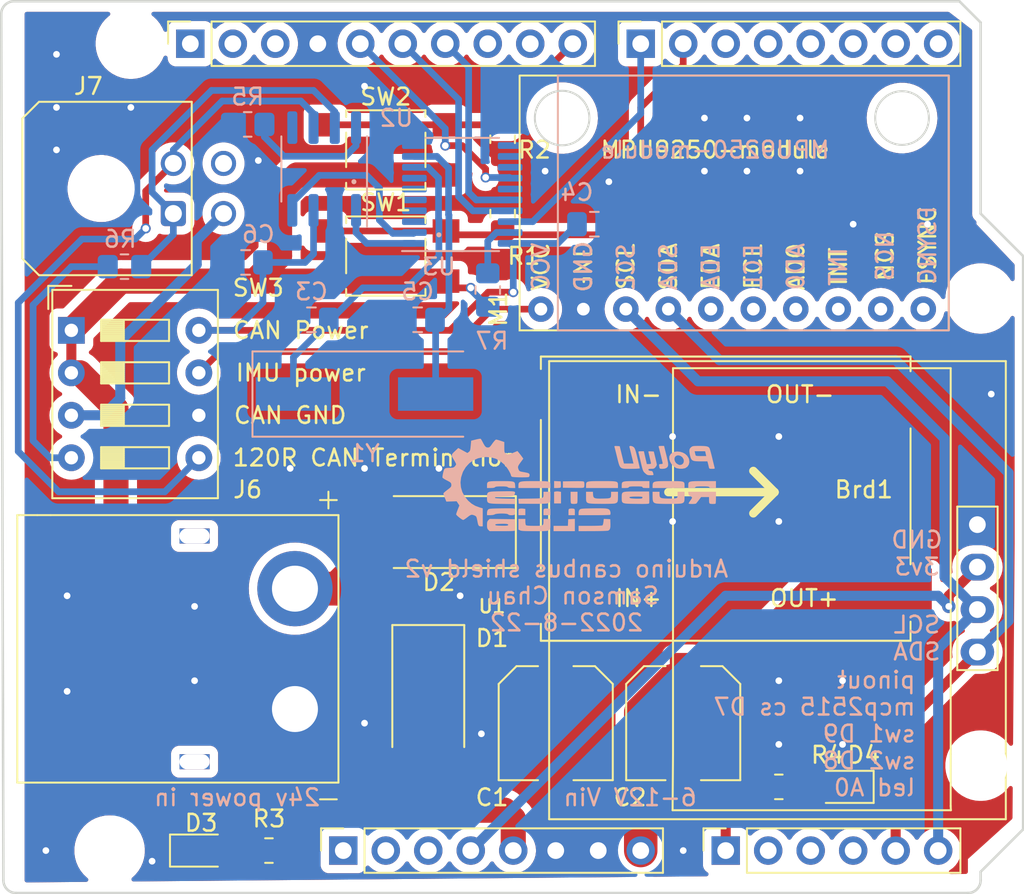
<source format=kicad_pcb>
(kicad_pcb (version 20211014) (generator pcbnew)
  (title_block (date "mar. 31 mars 2015"))
  (layers (0 "F.Cu" signal) (31 "B.Cu" signal) (34 "B.Paste" user) (35 "F.Paste" user) (36 "B.SilkS" user "B.Silkscreen") (37 "F.SilkS" user "F.Silkscreen") (38 "B.Mask" user) (39 "F.Mask" user) (44 "Edge.Cuts" user))
  (net 0 "")
  (net 1 "GND")
  (net 3 "+5V")
  (net 4 "/IOREF")
  (net 5 "/A0")
  (net 6 "/A1")
  (net 7 "/A2")
  (net 8 "/A3")
  (net 9 "/SDA{slash}A4")
  (net 10 "/SCL{slash}A5")
  (net 11 "/AREF")
  (net 12 "/8")
  (net 13 "/7")
  (net 14 "/*10")
  (net 15 "/4")
  (net 16 "/2")
  (net 17 "/*6")
  (net 18 "/*5")
  (net 19 "/TX{slash}1")
  (net 20 "/*3")
  (net 21 "/RX{slash}0")
  (net 22 "+3V3")
  (net 23 "VCC")
  (net 24 "/~{RESET}")
  (net 26 "Net-(C1-Pad1)")
  (net 27 "Net-(C3-Pad1)")
  (net 28 "/can_enable")
  (net 29 "Net-(C5-Pad1)")
  (net 30 "+24V")
  (net 31 "Net-(D3-Pad2)")
  (net 32 "Net-(D4-Pad2)")
  (net 33 "/CAN+")
  (net 34 "/CAN-")
  (net 35 "Net-(J7-Pad3)")
  (net 37 "/imu_enable")
  (net 43 "/9(**)")
  (net 44 "Net-(R5-Pad1)")
  (net 45 "Net-(R6-Pad2)")
  (net 46 "Net-(R7-Pad2)")
  (net 47 "/CAN_Tx")
  (net 48 "/CAN_Rx")
  (net 58 "/13(SCK)")
  (net 60 "/11(**{slash}MOSI)")
  (net 61 "/12(MISO)")
  (footprint "Connector_PinSocket_2.54mm:PinSocket_1x08_P2.54mm_Vertical" (layer "F.Cu") (at 127.94 97.46 90)
    (fp_text reference "J1" hide)
    (fp_text value "Power")
    (pad "1" thru_hole rect locked (at 0 0 90) (size 1.7 1.7) (drill 1) (layers *.Cu *.Mask))
    (pad "2" thru_hole oval locked (at 0 2.54 90) (size 1.7 1.7) (drill 1) (layers *.Cu *.Mask) (net 4 "/IOREF"))
    (pad "3" thru_hole oval locked (at 0 5.08 90) (size 1.7 1.7) (drill 1) (layers *.Cu *.Mask) (net 24 "/~{RESET}"))
    (pad "4" thru_hole oval locked (at 0 7.62 90) (size 1.7 1.7) (drill 1) (layers *.Cu *.Mask) (net 22 "+3V3"))
    (pad "5" thru_hole oval locked (at 0 10.16 90) (size 1.7 1.7) (drill 1) (layers *.Cu *.Mask) (net 3 "+5V"))
    (pad "6" thru_hole oval locked (at 0 12.7 90) (size 1.7 1.7) (drill 1) (layers *.Cu *.Mask) (net 1 "GND"))
    (pad "7" thru_hole oval locked (at 0 15.24 90) (size 1.7 1.7) (drill 1) (layers *.Cu *.Mask) (net 1 "GND"))
    (pad "8" thru_hole oval locked (at 0 17.78 90) (size 1.7 1.7) (drill 1) (layers *.Cu *.Mask) (net 23 "VCC"))
  )
  (footprint "Connector_PinSocket_2.54mm:PinSocket_1x06_P2.54mm_Vertical" (layer "F.Cu") (at 150.8 97.46 90)
    (fp_text reference "J3" hide)
    (fp_text value "Analog")
    (pad "1" thru_hole rect locked (at 0 0 90) (size 1.7 1.7) (drill 1) (layers *.Cu *.Mask) (net 5 "/A0"))
    (pad "2" thru_hole oval locked (at 0 2.54 90) (size 1.7 1.7) (drill 1) (layers *.Cu *.Mask) (net 6 "/A1"))
    (pad "3" thru_hole oval locked (at 0 5.08 90) (size 1.7 1.7) (drill 1) (layers *.Cu *.Mask) (net 7 "/A2"))
    (pad "4" thru_hole oval locked (at 0 7.62 90) (size 1.7 1.7) (drill 1) (layers *.Cu *.Mask) (net 8 "/A3"))
    (pad "5" thru_hole oval locked (at 0 10.16 90) (size 1.7 1.7) (drill 1) (layers *.Cu *.Mask) (net 9 "/SDA{slash}A4"))
    (pad "6" thru_hole oval locked (at 0 12.7 90) (size 1.7 1.7) (drill 1) (layers *.Cu *.Mask) (net 10 "/SCL{slash}A5"))
  )
  (footprint "Connector_PinSocket_2.54mm:PinSocket_1x10_P2.54mm_Vertical" (layer "F.Cu") (at 118.796 49.2 90)
    (fp_text reference "J2" hide)
    (fp_text value "Digital/PWM")
    (pad "1" thru_hole rect locked (at 0 0 90) (size 1.7 1.7) (drill 1) (layers *.Cu *.Mask))
    (pad "2" thru_hole oval locked (at 0 2.54 90) (size 1.7 1.7) (drill 1) (layers *.Cu *.Mask))
    (pad "3" thru_hole oval locked (at 0 5.08 90) (size 1.7 1.7) (drill 1) (layers *.Cu *.Mask) (net 11 "/AREF"))
    (pad "4" thru_hole oval locked (at 0 7.62 90) (size 1.7 1.7) (drill 1) (layers *.Cu *.Mask) (net 1 "GND"))
    (pad "5" thru_hole oval locked (at 0 10.16 90) (size 1.7 1.7) (drill 1) (layers *.Cu *.Mask) (net 58 "/13(SCK)"))
    (pad "6" thru_hole oval locked (at 0 12.7 90) (size 1.7 1.7) (drill 1) (layers *.Cu *.Mask) (net 61 "/12(MISO)"))
    (pad "7" thru_hole oval locked (at 0 15.24 90) (size 1.7 1.7) (drill 1) (layers *.Cu *.Mask) (net 60 "/11(**{slash}MOSI)"))
    (pad "8" thru_hole oval locked (at 0 17.78 90) (size 1.7 1.7) (drill 1) (layers *.Cu *.Mask) (net 14 "/*10"))
    (pad "9" thru_hole oval locked (at 0 20.32 90) (size 1.7 1.7) (drill 1) (layers *.Cu *.Mask) (net 43 "/9(**)"))
    (pad "10" thru_hole oval locked (at 0 22.86 90) (size 1.7 1.7) (drill 1) (layers *.Cu *.Mask) (net 12 "/8"))
  )
  (footprint "Connector_PinSocket_2.54mm:PinSocket_1x08_P2.54mm_Vertical" (layer "F.Cu") (at 145.72 49.2 90)
    (fp_text reference "J4" hide)
    (fp_text value "Digital/PWM")
    (pad "1" thru_hole rect locked (at 0 0 90) (size 1.7 1.7) (drill 1) (layers *.Cu *.Mask) (net 13 "/7"))
    (pad "2" thru_hole oval locked (at 0 2.54 90) (size 1.7 1.7) (drill 1) (layers *.Cu *.Mask) (net 17 "/*6"))
    (pad "3" thru_hole oval locked (at 0 5.08 90) (size 1.7 1.7) (drill 1) (layers *.Cu *.Mask) (net 18 "/*5"))
    (pad "4" thru_hole oval locked (at 0 7.62 90) (size 1.7 1.7) (drill 1) (layers *.Cu *.Mask) (net 15 "/4"))
    (pad "5" thru_hole oval locked (at 0 10.16 90) (size 1.7 1.7) (drill 1) (layers *.Cu *.Mask) (net 20 "/*3"))
    (pad "6" thru_hole oval locked (at 0 12.7 90) (size 1.7 1.7) (drill 1) (layers *.Cu *.Mask) (net 16 "/2"))
    (pad "7" thru_hole oval locked (at 0 15.24 90) (size 1.7 1.7) (drill 1) (layers *.Cu *.Mask) (net 19 "/TX{slash}1"))
    (pad "8" thru_hole oval locked (at 0 17.78 90) (size 1.7 1.7) (drill 1) (layers *.Cu *.Mask) (net 21 "/RX{slash}0"))
  )
  (footprint "Resistor_SMD:R_0805_2012Metric_Pad1.20x1.40mm_HandSolder" (layer "F.Cu") (at 137.465 54.915 -90)
    (fp_text reference "R2" (at 0.635 -1.905) (layer "F.SilkS"))
    (fp_text value "10K")
    (pad "1" smd roundrect (at -1 0 270) (size 1.2 1.4) (layers "F.Cu" "F.Paste" "F.Mask") (roundrect_rratio 0.2083333333) (net 12 "/8"))
    (pad "2" smd roundrect (at 1 0 270) (size 1.2 1.4) (layers "F.Cu" "F.Paste" "F.Mask") (roundrect_rratio 0.2083333333) (net 1 "GND"))
  )
  (footprint "Resistor_SMD:R_0805_2012Metric_Pad1.20x1.40mm_HandSolder" (layer "F.Cu") (at 153.975 93.65)
    (fp_text reference "R4" (at 2.905 -1.905) (layer "F.SilkS"))
    (fp_text value "10K")
    (pad "1" smd roundrect (at -1 0) (size 1.2 1.4) (layers "F.Cu" "F.Paste" "F.Mask") (roundrect_rratio 0.2083333333) (net 5 "/A0"))
    (pad "2" smd roundrect (at 1 0) (size 1.2 1.4) (layers "F.Cu" "F.Paste" "F.Mask") (roundrect_rratio 0.2083333333) (net 32 "Net-(D4-Pad2)"))
  )
  (footprint "LED_SMD:LED_0805_2012Metric_Pad1.15x1.40mm_HandSolder" (layer "F.Cu") (at 119.44 97.46)
    (fp_text reference "D3" (at 0 -1.65) (layer "F.SilkS"))
    (fp_text value "power")
    (pad "1" smd roundrect (at -1.025 0) (size 1.15 1.4) (layers "F.Cu" "F.Paste" "F.Mask") (roundrect_rratio 0.2173913043) (net 1 "GND"))
    (pad "2" smd roundrect (at 1.025 0) (size 1.15 1.4) (layers "F.Cu" "F.Paste" "F.Mask") (roundrect_rratio 0.2173913043) (net 31 "Net-(D3-Pad2)"))
  )
  (footprint "PolyuRobotics:XT60PW-M20" (layer "F.Cu") (at 119.05 85.395 180)
    (fp_text reference "J6" (at -3.175 9.525) (layer "F.SilkS"))
    (fp_text value "xt60 male")
    (pad "" np_thru_hole rect (at 0 -6.75 270) (size 0.9 1.8) (drill oval 0.9 1.8) (layers *.Cu *.Mask))
    (pad "" np_thru_hole rect (at 0 6.75 270) (size 0.9 1.8) (drill oval 0.9 1.8) (layers *.Cu *.Mask))
    (pad "1" thru_hole circle (at -6 -3.6 180) (size 4.5 4.5) (drill 2.75) (layers *.Cu *.Mask) (net 1 "GND"))
    (pad "2" thru_hole circle (at -6 3.6 180) (size 4.5 4.5) (drill 2.75) (layers *.Cu *.Mask) (net 30 "+24V"))
  )
  (footprint "Button_Switch_SMD:SW_SPST_TL3305A" (layer "F.Cu") (at 130.48 61.9)
    (fp_text reference "SW1" (at 0 -3.2) (layer "F.SilkS"))
    (fp_text value "User")
    (pad "1" smd rect (at 3.6 -1.5) (size 1.6 1.4) (layers "F.Cu" "F.Paste" "F.Mask") (net 17 "/*6"))
    (pad "1" smd rect (at -3.6 -1.5) (size 1.6 1.4) (layers "F.Cu" "F.Paste" "F.Mask") (net 17 "/*6"))
    (pad "2" smd rect (at 3.6 1.5) (size 1.6 1.4) (layers "F.Cu" "F.Paste" "F.Mask") (net 3 "+5V"))
    (pad "2" smd rect (at -3.6 1.5) (size 1.6 1.4) (layers "F.Cu" "F.Paste" "F.Mask") (net 3 "+5V"))
  )
  (footprint "Connector_Molex:Molex_Micro-Fit_3.0_43045-0400_2x02_P3.00mm_Horizontal" (layer "F.Cu") (at 117.78 59.36 90)
    (fp_text reference "J7" (at 7.62 -5.08 180) (layer "F.SilkS"))
    (fp_text value "molex_3.0")
    (pad "" np_thru_hole circle (at 1.5 -4.32 90) (size 3 3) (drill 3) (layers *.Cu *.Mask))
    (pad "1" thru_hole roundrect (at 0 0 90) (size 1.5 1.5) (drill 1.02) (layers *.Cu *.Mask) (roundrect_rratio 0.1666673333) (net 33 "/CAN+"))
    (pad "2" thru_hole circle (at 3 0 90) (size 1.5 1.5) (drill 1.02) (layers *.Cu *.Mask) (net 34 "/CAN-"))
    (pad "3" thru_hole circle (at 0 3 90) (size 1.5 1.5) (drill 1.02) (layers *.Cu *.Mask) (net 35 "Net-(J7-Pad3)"))
    (pad "4" thru_hole circle (at 3 3 90) (size 1.5 1.5) (drill 1.02) (layers *.Cu *.Mask))
  )
  (footprint "Button_Switch_SMD:SW_SPST_TL3305C" (layer "F.Cu") (at 130.48 55.55)
    (fp_text reference "SW2" (at 0 -3.175) (layer "F.SilkS"))
    (fp_text value "User")
    (pad "1" smd rect (at -3.6 -1.5) (size 1.6 1.4) (layers "F.Cu" "F.Paste" "F.Mask") (net 12 "/8"))
    (pad "1" smd rect (at 3.6 -1.5) (size 1.6 1.4) (layers "F.Cu" "F.Paste" "F.Mask") (net 12 "/8"))
    (pad "2" smd rect (at -3.6 1.5) (size 1.6 1.4) (layers "F.Cu" "F.Paste" "F.Mask") (net 3 "+5V"))
    (pad "2" smd rect (at 3.6 1.5) (size 1.6 1.4) (layers "F.Cu" "F.Paste" "F.Mask") (net 3 "+5V"))
  )
  (footprint "Capacitor_SMD:C_Elec_6.3x7.7" (layer "F.Cu") (at 148.26 89.84 -90)
    (fp_text reference "C2" (at 4.445 3.175 180) (layer "F.SilkS"))
    (fp_text value "16v 220uF")
    (pad "1" smd roundrect (at -2.5375 0 270) (size 3.325 1.6) (layers "F.Cu" "F.Paste" "F.Mask") (roundrect_rratio 0.15625) (net 23 "VCC"))
    (pad "2" smd roundrect (at 2.5375 0 270) (size 3.325 1.6) (layers "F.Cu" "F.Paste" "F.Mask") (roundrect_rratio 0.15625) (net 1 "GND"))
  )
  (footprint "Arduino_MountingHole:MountingHole_3.2mm" (layer "F.Cu") (at 115.24 49.2)
    (fp_text reference "MH1" hide)
    (fp_text value "MountingHole_3.2mm" hide)
    (pad "" np_thru_hole circle locked (at 0 0) (size 3.2 3.2) (drill 3.2) (layers *.Cu *.Mask))
  )
  (footprint "Capacitor_SMD:C_Elec_6.3x7.7" (layer "F.Cu") (at 140.64 89.84 -90)
    (fp_text reference "C1" (at 4.445 3.81 180) (layer "F.SilkS"))
    (fp_text value "50v 47uF")
    (pad "1" smd roundrect (at -2.5375 0 270) (size 3.325 1.6) (layers "F.Cu" "F.Paste" "F.Mask") (roundrect_rratio 0.15625) (net 26 "Net-(C1-Pad1)"))
    (pad "2" smd roundrect (at 2.5375 0 270) (size 3.325 1.6) (layers "F.Cu" "F.Paste" "F.Mask") (roundrect_rratio 0.15625) (net 1 "GND"))
  )
  (footprint "Resistor_SMD:R_0805_2012Metric_Pad1.20x1.40mm_HandSolder" (layer "F.Cu") (at 137.465 59.36 90)
    (fp_text reference "R1" (at -2.54 1.27) (layer "F.SilkS"))
    (fp_text value "10K")
    (pad "1" smd roundrect (at -1 0 90) (size 1.2 1.4) (layers "F.Cu" "F.Paste" "F.Mask") (roundrect_rratio 0.2083333333) (net 17 "/*6"))
    (pad "2" smd roundrect (at 1 0 90) (size 1.2 1.4) (layers "F.Cu" "F.Paste" "F.Mask") (roundrect_rratio 0.2083333333) (net 1 "GND"))
  )
  (footprint "PolyuRobotics:MPU9250_module" (layer "F.Cu") (at 149.911 58.725 90)
    (fp_text reference "M1" (at -6.35 -12.7 90 unlocked) (layer "F.SilkS"))
    (fp_text value "MPU9250_module")
    (fp_text user "GND" (at -3.81 -7.62 90 unlocked) (layer "B.SilkS") (effects (justify mirror)))
    (fp_text user "VCC" (at -3.81 -10.16 90 unlocked) (layer "B.SilkS") (effects (justify mirror)))
    (fp_text user "ECL" (at -3.81 2.54 90 unlocked) (layer "B.SilkS") (effects (justify mirror)))
    (fp_text user "INT" (at -3.81 7.62 90 unlocked) (layer "B.SilkS") (effects (justify mirror)))
    (fp_text user "NCS" (at -3.175 10.414 90 unlocked) (layer "B.SilkS") (effects (justify mirror)))
    (fp_text user "MPU9250-module" (at 3.175 0.254 unlocked) (layer "B.SilkS") (effects (justify mirror)))
    (fp_text user "AD0" (at -3.81 5.08 90 unlocked) (layer "B.SilkS") (effects (justify mirror)))
    (fp_text user "SDA" (at -3.81 -2.54 90 unlocked) (layer "B.SilkS") (effects (justify mirror)))
    (fp_text user "FSYNC" (at -2.54 12.954 90 unlocked) (layer "B.SilkS") (effects (justify mirror)))
    (fp_text user "SCL" (at -3.81 -5.08 90 unlocked) (layer "B.SilkS") (effects (justify mirror)))
    (fp_text user "EDA" (at -3.81 0 90 unlocked) (layer "B.SilkS") (effects (justify mirror)))
    (fp_text user "EDA" (at -3.81 0 90 unlocked) (layer "F.SilkS"))
    (fp_text user "MPU9250-module" (at 3.175 0.254 unlocked) (layer "F.SilkS"))
    (fp_text user "SCL" (at -3.81 -5.08 90 unlocked) (layer "F.SilkS"))
    (fp_text user "SDA" (at -3.81 -2.54 90 unlocked) (layer "F.SilkS"))
    (fp_text user "NCS" (at -3.175 10.414 90 unlocked) (layer "F.SilkS"))
    (fp_text user "FSYNC" (at -2.54 12.954 90 unlocked) (layer "F.SilkS"))
    (fp_text user "GND" (at -3.81 -7.62 90 unlocked) (layer "F.SilkS"))
    (fp_text user "AD0" (at -3.81 5.08 90 unlocked) (layer "F.SilkS"))
    (fp_text user "VCC" (at -3.81 -10.16 90 unlocked) (layer "F.SilkS"))
    (fp_text user "INT" (at -3.81 7.62 90 unlocked) (layer "F.SilkS"))
    (fp_text user "ECL" (at -3.81 2.54 90 unlocked) (layer "F.SilkS"))
    (fp_circle (center 5.08 -8.89) (end 5.662595 -7.366) (layer "Edge.Cuts") (width 0.12) (fill none))
    (fp_circle (center 5.08 11.43) (end 5.588 12.954) (layer "Edge.Cuts") (width 0.12) (fill none))
    (pad "0" thru_hole circle (at -6.35 -10.16 90) (size 1.524 1.524) (drill 0.762) (layers *.Cu *.Mask) (net 37 "/imu_enable"))
    (pad "1" thru_hole circle (at -6.35 -7.62 90) (size 1.524 1.524) (drill 0.762) (layers *.Cu *.Mask) (net 1 "GND"))
    (pad "2" thru_hole circle (at -6.35 -5.08 90) (size 1.524 1.524) (drill 0.762) (layers *.Cu *.Mask) (net 10 "/SCL{slash}A5"))
    (pad "3" thru_hole circle (at -6.35 -2.54 90) (size 1.524 1.524) (drill 0.762) (layers *.Cu *.Mask) (net 9 "/SDA{slash}A4"))
    (pad "4" thru_hole circle (at -6.35 0 90) (size 1.524 1.524) (drill 0.762) (layers *.Cu *.Mask))
    (pad "5" thru_hole circle (at -6.35 2.54 90) (size 1.524 1.524) (drill 0.762) (layers *.Cu *.Mask))
    (pad "6" thru_hole circle (at -6.35 5.08 90) (size 1.524 1.524) (drill 0.762) (layers *.Cu *.Mask))
    (pad "7" thru_hole circle (at -6.35 7.62 90) (size 1.524 1.524) (drill 0.762) (layers *.Cu *.Mask))
    (pad "8" thru_hole circle (at -6.35 10.16 90) (size 1.524 1.524) (drill 0.762) (layers *.Cu *.Mask))
    (pad "9" thru_hole circle (at -6.35 12.7 90) (size 1.524 1.524) (drill 0.762) (layers *.Cu *.Mask))
  )
  (footprint "Diode_SMD:D_SMB_Handsoldering" (layer "F.Cu") (at 133.02 88.57 -90)
    (fp_text reference "D1" (at -3.81 -3.81 180) (layer "F.SilkS"))
    (fp_text value "SMBJ24CA")
    (pad "1" smd rect (at -2.7 0 270) (size 3.5 2.3) (layers "F.Cu" "F.Paste" "F.Mask") (net 30 "+24V"))
    (pad "2" smd rect (at 2.7 0 270) (size 3.5 2.3) (layers "F.Cu" "F.Paste" "F.Mask") (net 1 "GND"))
  )
  (footprint "Button_Switch_THT:SW_DIP_SPSTx04_Slide_9.78x12.34mm_W7.62mm_P2.54mm" (layer "F.Cu") (at 111.684 66.345)
    (fp_text reference "SW3" (at 11.176 -2.54) (layer "F.SilkS"))
    (fp_text value "SW_DIP_x04")
    (pad "1" thru_hole rect (at 0 0) (size 1.6 1.6) (drill 0.8) (layers *.Cu *.Mask) (net 3 "+5V"))
    (pad "2" thru_hole oval (at 0 2.54) (size 1.6 1.6) (drill 0.8) (layers *.Cu *.Mask) (net 3 "+5V"))
    (pad "3" thru_hole oval (at 0 5.08) (size 1.6 1.6) (drill 0.8) (layers *.Cu *.Mask) (net 35 "Net-(J7-Pad3)"))
    (pad "4" thru_hole oval (at 0 7.62) (size 1.6 1.6) (drill 0.8) (layers *.Cu *.Mask) (net 45 "Net-(R6-Pad2)"))
    (pad "5" thru_hole oval (at 7.62 7.62) (size 1.6 1.6) (drill 0.8) (layers *.Cu *.Mask) (net 34 "/CAN-"))
    (pad "6" thru_hole oval (at 7.62 5.08) (size 1.6 1.6) (drill 0.8) (layers *.Cu *.Mask) (net 1 "GND"))
    (pad "7" thru_hole oval (at 7.62 2.54) (size 1.6 1.6) (drill 0.8) (layers *.Cu *.Mask) (net 37 "/imu_enable"))
    (pad "8" thru_hole oval (at 7.62 0) (size 1.6 1.6) (drill 0.8) (layers *.Cu *.Mask) (net 28 "/can_enable"))
  )
  (footprint "PolyuRobotics:DC-DC-mp1584_module" (layer "F.Cu") (at 139.751 84.91175)
    (fp_text reference "U1" (at -2.921 -2.05675) (layer "F.SilkS") (effects (font (size 0.787402 0.787402))))
    (fp_text value "MP1584")
    (fp_text user "OUT+" (at 15.748 -2.54) (layer "F.SilkS"))
    (fp_text user "OUT-" (at 15.494 -14.732) (layer "F.SilkS"))
    (fp_text user "IN-" (at 5.842 -14.732) (layer "F.SilkS"))
    (fp_text user "IN+" (at 5.842 -2.54) (layer "F.SilkS"))
    (pad "IN2+" smd rect (at 1.24 -2.594) (size 5.02 2.94) (layers "F.Cu" "F.Paste" "F.Mask") (net 26 "Net-(C1-Pad1)"))
    (pad "IN2-" smd rect (at 1.24 -14.678) (size 5.02 2.94) (layers "F.Cu" "F.Paste" "F.Mask") (net 1 "GND"))
    (pad "OUT2+" smd rect (at 20.955 -2.794) (size 4.826 3.048) (layers "F.Cu" "F.Paste" "F.Mask") (net 23 "VCC"))
    (pad "OUT2-" smd rect (at 20.809 -14.489) (size 5.118 3.07) (layers "F.Cu" "F.Paste" "F.Mask") (net 1 "GND"))
  )
  (footprint "Resistor_SMD:R_0805_2012Metric_Pad1.20x1.40mm_HandSolder" (layer "F.Cu") (at 123.495 97.46 180)
    (fp_text reference "R3" (at 0 1.905) (layer "F.SilkS"))
    (fp_text value "10K")
    (pad "1" smd roundrect (at -1 0 180) (size 1.2 1.4) (layers "F.Cu" "F.Paste" "F.Mask") (roundrect_rratio 0.2083333333) (net 3 "+5V"))
    (pad "2" smd roundrect (at 1 0 180) (size 1.2 1.4) (layers "F.Cu" "F.Paste" "F.Mask") (roundrect_rratio 0.2083333333) (net 31 "Net-(D3-Pad2)"))
  )
  (footprint "Arduino_MountingHole:MountingHole_3.2mm" (layer "F.Cu") (at 113.97 97.46)
    (fp_text reference "MH2" hide)
    (fp_text value "MountingHole_3.2mm" hide)
    (pad "" np_thru_hole circle locked (at 0 0) (size 3.2 3.2) (drill 3.2) (layers *.Cu *.Mask))
  )
  (footprint "Arduino_MountingHole:MountingHole_3.2mm" (layer "F.Cu") (at 166.04 64.44)
    (fp_text reference "MH3" hide)
    (fp_text value "MountingHole_3.2mm" hide)
    (pad "" np_thru_hole circle locked (at 0 0) (size 3.2 3.2) (drill 3.2) (layers *.Cu *.Mask))
  )
  (footprint "LED_SMD:LED_0805_2012Metric_Pad1.15x1.40mm_HandSolder" (layer "F.Cu") (at 157.785 93.65 180)
    (fp_text reference "D4" (at -1.27 1.905) (layer "F.SilkS"))
    (fp_text value "user")
    (pad "1" smd roundrect (at -1.025 0 180) (size 1.15 1.4) (layers "F.Cu" "F.Paste" "F.Mask") (roundrect_rratio 0.2173913043) (net 1 "GND"))
    (pad "2" smd roundrect (at 1.025 0 180) (size 1.15 1.4) (layers "F.Cu" "F.Paste" "F.Mask") (roundrect_rratio 0.2173913043) (net 32 "Net-(D4-Pad2)"))
  )
  (footprint "Arduino_MountingHole:MountingHole_3.2mm" (layer "F.Cu") (at 166.04 92.38)
    (fp_text reference "MH4" hide)
    (fp_text value "MountingHole_3.2mm" hide)
    (pad "" np_thru_hole circle locked (at 0 0) (size 3.2 3.2) (drill 3.2) (layers *.Cu *.Mask))
  )
  (footprint "PolyuRobotics:128x64OLED" (layer "F.Cu") (at 155.245 81.585 -90)
    (fp_text reference "Brd1" (at -5.715 -3.81 180) (layer "F.SilkS"))
    (fp_text value "SSD1306")
    (pad "1" thru_hole oval (at -3.62 -10.6) (size 2 1.6) (drill 1) (layers *.Cu *.Mask) (net 1 "GND"))
    (pad "2" thru_hole oval (at -1.08 -10.6) (size 2 1.6) (drill 1) (layers *.Cu *.Mask) (net 22 "+3V3"))
    (pad "3" thru_hole oval (at 1.46 -10.6) (size 2 1.6) (drill 1) (layers *.Cu *.Mask) (net 10 "/SCL{slash}A5"))
    (pad "4" thru_hole oval (at 4 -10.6) (size 2 1.6) (drill 1) (layers *.Cu *.Mask) (net 9 "/SDA{slash}A4"))
  )
  (footprint "Diode_SMD:D_SMB_Handsoldering" (layer "F.Cu") (at 133.655 78.41 180)
    (fp_text reference "D2" (at 0 -3) (layer "F.SilkS"))
    (fp_text value "ss24")
    (pad "1" smd rect (at -2.7 0 180) (size 3.5 2.3) (layers "F.Cu" "F.Paste" "F.Mask") (net 26 "Net-(C1-Pad1)"))
    (pad "2" smd rect (at 2.7 0 180) (size 3.5 2.3) (layers "F.Cu" "F.Paste" "F.Mask") (net 30 "+24V"))
  )
  (footprint "PolyuRobotics:Club_logo" (layer "B.Cu") (at 141.91 75.87 180)
    (fp_text reference "G***" hide)
    (fp_text value "LOGO" hide)
  )
  (footprint "Capacitor_SMD:C_0805_2012Metric_Pad1.18x1.45mm_HandSolder" (layer "B.Cu") (at 126.035 65.71 180)
    (fp_text reference "C3" (at 0 1.68) (layer "B.SilkS") (effects (justify mirror)))
    (fp_text value "22pF")
    (pad "1" smd roundrect (at -1.0375 0 180) (size 1.175 1.45) (layers "B.Cu" "B.Paste" "B.Mask") (roundrect_rratio 0.2127659574) (net 27 "Net-(C3-Pad1)"))
    (pad "2" smd roundrect (at 1.0375 0 180) (size 1.175 1.45) (layers "B.Cu" "B.Paste" "B.Mask") (roundrect_rratio 0.2127659574) (net 1 "GND"))
  )
  (footprint "Crystal:Crystal_SMD_HC49-SD" (layer "B.Cu") (at 129.21 70.155)
    (fp_text reference "Y1" (at 0 3.55) (layer "B.SilkS") (effects (justify mirror)))
    (fp_text value "16MHz")
    (pad "1" smd rect (at -4.25 0) (size 4.5 2) (layers "B.Cu" "B.Paste" "B.Mask") (net 27 "Net-(C3-Pad1)"))
    (pad "2" smd rect (at 4.25 0) (size 4.5 2) (layers "B.Cu" "B.Paste" "B.Mask") (net 29 "Net-(C5-Pad1)"))
  )
  (footprint "Capacitor_SMD:C_0805_2012Metric_Pad1.18x1.45mm_HandSolder" (layer "B.Cu") (at 122.098 62.281 180)
    (fp_text reference "C6" (at -0.762 1.68) (layer "B.SilkS") (effects (justify mirror)))
    (fp_text value "100nF")
    (pad "1" smd roundrect (at -1.0375 0 180) (size 1.175 1.45) (layers "B.Cu" "B.Paste" "B.Mask") (roundrect_rratio 0.2127659574) (net 28 "/can_enable"))
    (pad "2" smd roundrect (at 1.0375 0 180) (size 1.175 1.45) (layers "B.Cu" "B.Paste" "B.Mask") (roundrect_rratio 0.2127659574) (net 1 "GND"))
  )
  (footprint "Capacitor_SMD:C_0805_2012Metric_Pad1.18x1.45mm_HandSolder" (layer "B.Cu") (at 142.9475 59.995)
    (fp_text reference "C4" (at -1.0375 -1.905) (layer "B.SilkS") (effects (justify mirror)))
    (fp_text value "100nF")
    (pad "1" smd roundrect (at -1.0375 0) (size 1.175 1.45) (layers "B.Cu" "B.Paste" "B.Mask") (roundrect_rratio 0.2127659574) (net 28 "/can_enable"))
    (pad "2" smd roundrect (at 1.0375 0) (size 1.175 1.45) (layers "B.Cu" "B.Paste" "B.Mask") (roundrect_rratio 0.2127659574) (net 1 "GND"))
  )
  (footprint "Package_SO:TSSOP-20_4.4x6.5mm_P0.65mm" (layer "B.Cu") (at 135.052 58.217)
    (fp_text reference "U3" (at -1.397 4.318) (layer "B.SilkS") (effects (justify mirror)))
    (fp_text value "MCP2515-xST")
    (pad "1" smd roundrect (at -2.8625 2.925) (size 1.475 0.4) (layers "B.Cu" "B.Paste" "B.Mask") (net 47 "/CAN_Tx"))
    (pad "2" smd roundrect (at -2.8625 2.275) (size 1.475 0.4) (layers "B.Cu" "B.Paste" "B.Mask") (net 48 "/CAN_Rx"))
    (pad "3" smd roundrect (at -2.8625 1.625) (size 1.475 0.4) (layers "B.Cu" "B.Paste" "B.Mask"))
    (pad "4" smd roundrect (at -2.8625 0.975) (size 1.475 0.4) (layers "B.Cu" "B.Paste" "B.Mask"))
    (pad "5" smd roundrect (at -2.8625 0.325) (size 1.475 0.4) (layers "B.Cu" "B.Paste" "B.Mask"))
    (pad "6" smd roundrect (at -2.8625 -0.325) (size 1.475 0.4) (layers "B.Cu" "B.Paste" "B.Mask"))
    (pad "7" smd roundrect (at -2.8625 -0.975) (size 1.475 0.4) (layers "B.Cu" "B.Paste" "B.Mask"))
    (pad "8" smd roundrect (at -2.8625 -1.625) (size 1.475 0.4) (layers "B.Cu" "B.Paste" "B.Mask") (net 27 "Net-(C3-Pad1)"))
    (pad "9" smd roundrect (at -2.8625 -2.275) (size 1.475 0.4) (layers "B.Cu" "B.Paste" "B.Mask") (net 29 "Net-(C5-Pad1)"))
    (pad "10" smd roundrect (at -2.8625 -2.925) (size 1.475 0.4) (layers "B.Cu" "B.Paste" "B.Mask") (net 1 "GND"))
    (pad "11" smd roundrect (at 2.8625 -2.925) (size 1.475 0.4) (layers "B.Cu" "B.Paste" "B.Mask"))
    (pad "12" smd roundrect (at 2.8625 -2.275) (size 1.475 0.4) (layers "B.Cu" "B.Paste" "B.Mask"))
    (pad "13" smd roundrect (at 2.8625 -1.625) (size 1.475 0.4) (layers "B.Cu" "B.Paste" "B.Mask"))
    (pad "14" smd roundrect (at 2.8625 -0.975) (size 1.475 0.4) (layers "B.Cu" "B.Paste" "B.Mask") (net 58 "/13(SCK)"))
    (pad "15" smd roundrect (at 2.8625 -0.325) (size 1.475 0.4) (layers "B.Cu" "B.Paste" "B.Mask"))
    (pad "16" smd roundrect (at 2.8625 0.325) (size 1.475 0.4) (layers "B.Cu" "B.Paste" "B.Mask") (net 60 "/11(**{slash}MOSI)"))
    (pad "17" smd roundrect (at 2.8625 0.975) (size 1.475 0.4) (layers "B.Cu" "B.Paste" "B.Mask") (net 61 "/12(MISO)"))
    (pad "18" smd roundrect (at 2.8625 1.625) (size 1.475 0.4) (layers "B.Cu" "B.Paste" "B.Mask") (net 13 "/7"))
    (pad "19" smd roundrect (at 2.8625 2.275) (size 1.475 0.4) (layers "B.Cu" "B.Paste" "B.Mask") (net 46 "Net-(R7-Pad2)"))
    (pad "20" smd roundrect (at 2.8625 2.925) (size 1.475 0.4) (layers "B.Cu" "B.Paste" "B.Mask") (net 28 "/can_enable"))
  )
  (footprint "Resistor_SMD:R_0805_2012Metric_Pad1.20x1.40mm_HandSolder" (layer "B.Cu") (at 122.225 54.026 180)
    (fp_text reference "R5" (at 0 1.65) (layer "B.SilkS") (effects (justify mirror)))
    (fp_text value "17K")
    (pad "1" smd roundrect (at -1 0 180) (size 1.2 1.4) (layers "B.Cu" "B.Paste" "B.Mask") (roundrect_rratio 0.2083333333) (net 44 "Net-(R5-Pad1)"))
    (pad "2" smd roundrect (at 1 0 180) (size 1.2 1.4) (layers "B.Cu" "B.Paste" "B.Mask") (roundrect_rratio 0.2083333333) (net 1 "GND"))
  )
  (footprint "Resistor_SMD:R_0805_2012Metric_Pad1.20x1.40mm_HandSolder" (layer "B.Cu") (at 114.859 62.535 180)
    (fp_text reference "R6" (at 0.254 1.65) (layer "B.SilkS") (effects (justify mirror)))
    (fp_text value "120")
    (pad "1" smd roundrect (at -1 0 180) (size 1.2 1.4) (layers "B.Cu" "B.Paste" "B.Mask") (roundrect_rratio 0.2083333333) (net 33 "/CAN+"))
    (pad "2" smd roundrect (at 1 0 180) (size 1.2 1.4) (layers "B.Cu" "B.Paste" "B.Mask") (roundrect_rratio 0.2083333333) (net 45 "Net-(R6-Pad2)"))
  )
  (footprint "Capacitor_SMD:C_0805_2012Metric_Pad1.18x1.45mm_HandSolder" (layer "B.Cu") (at 132.385 65.71 180)
    (fp_text reference "C5" (at 0 1.68) (layer "B.SilkS") (effects (justify mirror)))
    (fp_text value "22pF")
    (pad "1" smd roundrect (at -1.0375 0 180) (size 1.175 1.45) (layers "B.Cu" "B.Paste" "B.Mask") (roundrect_rratio 0.2127659574) (net 29 "Net-(C5-Pad1)"))
    (pad "2" smd roundrect (at 1.0375 0 180) (size 1.175 1.45) (layers "B.Cu" "B.Paste" "B.Mask") (roundrect_rratio 0.2127659574) (net 1 "GND"))
  )
  (footprint "Resistor_SMD:R_0805_2012Metric_Pad1.20x1.40mm_HandSolder" (layer "B.Cu") (at 136.576 63.932 90)
    (fp_text reference "R7" (at -3.048 0.254 180) (layer "B.SilkS") (effects (justify mirror)))
    (fp_text value "10K")
    (pad "1" smd roundrect (at -1 0 90) (size 1.2 1.4) (layers "B.Cu" "B.Paste" "B.Mask") (roundrect_rratio 0.2083333333) (net 3 "+5V"))
    (pad "2" smd roundrect (at 1 0 90) (size 1.2 1.4) (layers "B.Cu" "B.Paste" "B.Mask") (roundrect_rratio 0.2083333333) (net 46 "Net-(R7-Pad2)"))
  )
  (footprint "Package_SO:SOIC-8_3.9x4.9mm_P1.27mm" (layer "B.Cu") (at 126.797 56.693 90)
    (fp_text reference "U2" (at 3.048 4.318 180) (layer "B.SilkS") (effects (justify mirror)))
    (fp_text value "MCP2551-I-SN")
    (pad "1" smd roundrect (at -2.475 1.905 90) (size 1.95 0.6) (layers "B.Cu" "B.Paste" "B.Mask") (net 47 "/CAN_Tx"))
    (pad "2" smd roundrect (at -2.475 0.635 90) (size 1.95 0.6) (layers "B.Cu" "B.Paste" "B.Mask") (net 1 "GND"))
    (pad "3" smd roundrect (at -2.475 -0.635 90) (size 1.95 0.6) (layers "B.Cu" "B.Paste" "B.Mask") (net 28 "/can_enable"))
    (pad "4" smd roundrect (at -2.475 -1.905 90) (size 1.95 0.6) (layers "B.Cu" "B.Paste" "B.Mask") (net 48 "/CAN_Rx"))
    (pad "5" smd roundrect (at 2.475 -1.905 90) (size 1.95 0.6) (layers "B.Cu" "B.Paste" "B.Mask"))
    (pad "6" smd roundrect (at 2.475 -0.635 90) (size 1.95 0.6) (layers "B.Cu" "B.Paste" "B.Mask") (net 34 "/CAN-"))
    (pad "7" smd roundrect (at 2.475 0.635 90) (size 1.95 0.6) (layers "B.Cu" "B.Paste" "B.Mask") (net 33 "/CAN+"))
    (pad "8" smd roundrect (at 2.475 1.905 90) (size 1.95 0.6) (layers "B.Cu" "B.Paste" "B.Mask") (net 44 "Net-(R5-Pad1)"))
  )
  (gr_circle (center 133.655 60.63) (end 133.655 60.63) (layer "B.SilkS") (width 0.15) (fill none))
  (gr_circle (center 128.575 57.455) (end 128.575 57.455) (layer "B.SilkS") (width 0.15) (fill none))
  (gr_line (start 166.04 59.36) (end 168.58 61.9) (layer "Edge.Cuts") (width 0.15))
  (gr_line (start 107.62 99.238) (end 107.493 47.422) (layer "Edge.Cuts") (width 0.15))
  (gr_line (start 168.58 61.9) (end 168.58 96.19) (layer "Edge.Cuts") (width 0.15))
  (gr_line (start 165.278 100) (end 108.382 100) (layer "Edge.Cuts") (width 0.15))
  (gr_line (start 108.255 46.66) (end 164.77 46.66) (layer "Edge.Cuts") (width 0.15))
  (gr_arc (start 108.382 100) (mid 107.843185 99.776815) (end 107.62 99.238) (layer "Edge.Cuts") (width 0.15))
  (gr_line (start 168.58 96.19) (end 166.04 98.73) (layer "Edge.Cuts") (width 0.15))
  (gr_line (start 164.77 46.66) (end 166.04 47.93) (layer "Edge.Cuts") (width 0.15))
  (gr_arc (start 166.04 99.238) (mid 165.816815 99.776815) (end 165.278 100) (layer "Edge.Cuts") (width 0.15))
  (gr_line (start 166.04 47.93) (end 166.04 59.36) (layer "Edge.Cuts") (width 0.15))
  (gr_line (start 166.04 98.73) (end 166.04 99.238) (layer "Edge.Cuts") (width 0.15))
  (gr_arc (start 107.493 47.422) (mid 107.716185 46.883185) (end 108.255 46.66) (layer "Edge.Cuts") (width 0.15))
  (gr_text "6-12V Vin" (at 145.085 94.285) (layer "B.SilkS") (effects (font (size 1 1)) (justify mirror)))
  (gr_text "GND\n3v3" (at 162.23 79.68) (layer "B.SilkS") (effects (font (size 1 1)) (justify mirror)))
  (gr_text "24v power in" (at 121.59 94.285) (layer "B.SilkS") (effects (font (size 1 1)) (justify mirror)))
  (gr_text "Arduino canbus shield v2\nSamson Chau \n2022-8-22" (at 141.275 82.22) (layer "B.SilkS") (effects (font (size 1 1)) (justify mirror)))
  (gr_text "SCL\nSDA" (at 162.23 84.76) (layer "B.SilkS") (effects (font (size 1 1)) (justify mirror)))
  (gr_text "pinout\nmcp2515 cs D7\nsw1 D9\nsw2 D8\nled A0" (at 162.23 90.475) (layer "B.SilkS") (effects (font (size 1 1)) (justify left mirror)))
  (gr_text "120R CAN Termination" (at 129.845 73.965) (layer "F.SilkS") (effects (font (size 1 1))))
  (gr_text "IMU power" (at 125.4 68.885) (layer "F.SilkS") (effects (font (size 1 1))))
  (gr_text "CAN GND" (at 124.765 71.425) (layer "F.SilkS") (effects (font (size 1 1))))
  (gr_text "CAN Power" (at 125.4 66.345) (layer "F.SilkS") (effects (font (size 1 1))))
  (via (at 110.16 97.46) (size 0.8) (drill 0.4) (layers "F.Cu" "B.Cu") (net 1))
  (via (at 149.53 53.645) (size 0.8) (drill 0.4) (layers "F.Cu" "B.Cu") (net 1))
  (via (at 134.925 82.22) (size 0.8) (drill 0.4) (layers "F.Cu" "B.Cu") (net 1))
  (via (at 153.975 77.775) (size 0.8) (drill 0.4) (layers "F.Cu" "B.Cu") (net 1))
  (via (at 153.975 72.695) (size 0.8) (drill 0.4) (layers "F.Cu" "B.Cu") (net 1))
  (via (at 155.245 56.82) (size 0.8) (drill 0.4) (layers "F.Cu" "B.Cu") (net 1))
  (via (at 129.21 51.74) (size 0.8) (drill 0.4) (layers "F.Cu" "B.Cu") (net 1))
  (via (at 158.42 59.995) (size 0.8) (drill 0.4) (layers "F.Cu" "B.Cu") (net 1))
  (via (at 129.21 74.6) (size 0.8) (drill 0.4) (layers "F.Cu" "B.Cu") (net 1))
  (via (at 140.005 56.82) (size 0.8) (drill 0.4) (layers "F.Cu" "B.Cu") (net 1))
  (via (at 152.07 56.82) (size 0.8) (drill 0.4) (layers "F.Cu" "B.Cu") (net 1))
  (via (at 166.675 70.155) (size 0.8) (drill 0.4) (layers "F.Cu" "B.Cu") (net 1))
  (via (at 133.655 74.6) (size 0.8) (drill 0.4) (layers "F.Cu" "B.Cu") (net 1))
  (via (at 162.865 59.995) (size 0.8) (drill 0.4) (layers "F.Cu" "B.Cu") (net 1))
  (via (at 136.195 90.475) (size 0.8) (drill 0.4) (layers "F.Cu" "B.Cu") (net 1))
  (via (at 147.625 72.695) (size 0.8) (drill 0.4) (layers "F.Cu" "B.Cu") (net 1))
  (via (at 111.43 82.22) (size 0.8) (drill 0.4) (layers "F.Cu" "B.Cu") (net 1))
  (via (at 153.975 91.11) (size 0.8) (drill 0.4) (layers "F.Cu" "B.Cu") (net 1))
  (via (at 155.245 53.645) (size 0.8) (drill 0.4) (layers "F.Cu" "B.Cu") (net 1))
  (via (at 110.795 53.01) (size 0.8) (drill 0.4) (layers "F.Cu" "B.Cu") (net 1))
  (via (at 157.785 87.3) (size 0.8) (drill 0.4) (layers "F.Cu" "B.Cu") (net 1))
  (via (at 148.26 97.46) (size 0.8) (drill 0.4) (layers "F.Cu" "B.Cu") (net 1))
  (via (at 152.07 53.645) (size 0.8) (drill 0.4) (layers "F.Cu" "B.Cu") (net 1))
  (via (at 110.795 55.55) (size 0.8) (drill 0.4) (layers "F.Cu" "B.Cu") (net 1))
  (via (at 149.53 56.82) (size 0.8) (drill 0.4) (layers "F.Cu" "B.Cu") (net 1))
  (via (at 122.86 56.185) (size 0.8) (drill 0.4) (layers "F.Cu" "B.Cu") (net 1))
  (via (at 116.51 98.095) (size 0.8) (drill 0.4) (layers "F.Cu" "B.Cu") (net 1))
  (via (at 143.815 57.455) (size 0.8) (drill 0.4) (layers "F.Cu" "B.Cu") (net 1))
  (via (at 153.975 87.3) (size 0.8) (drill 0.4) (layers "F.Cu" "B.Cu") (net 1))
  (via (at 115.24 53.01) (size 0.8) (drill 0.4) (layers "F.Cu" "B.Cu") (net 1))
  (via (at 129.21 89.84) (size 0.8) (drill 0.4) (layers "F.Cu" "B.Cu") (net 1))
  (via (at 157.785 91.11) (size 0.8) (drill 0.4) (layers "F.Cu" "B.Cu") (net 1))
  (via (at 147.625 77.775) (size 0.8) (drill 0.4) (layers "F.Cu" "B.Cu") (net 1))
  (via (at 124.765 74.6) (size 0.8) (drill 0.4) (layers "F.Cu" "B.Cu") (net 1))
  (via (at 110.795 49.835) (size 0.8) (drill 0.4) (layers "F.Cu" "B.Cu") (net 1))
  (via (at 119.05 82.855) (size 0.8) (drill 0.4) (layers "F.Cu" "B.Cu") (net 1))
  (via (at 111.43 87.935) (size 0.8) (drill 0.4) (layers "F.Cu" "B.Cu") (net 1))
  (via (at 119.05 87.3) (size 0.8) (drill 0.4) (layers "F.Cu" "B.Cu") (net 1))
  (segment (start 125.4 95.047) (end 124.495 95.952) (width 1.5) (layer "F.Cu") (net 3))
  (segment (start 129.107 63.4) (end 126.88 63.4) (width 1.5) (layer "F.Cu") (net 3))
  (segment (start 138.1 97.46) (end 138.1 95.555) (width 1.5) (layer "F.Cu") (net 3))
  (segment (start 129.21 57.05) (end 125.17 57.05) (width 1.5) (layer "F.Cu") (net 3))
  (segment (start 125.17 57.05) (end 124.13 58.09) (width 1.5) (layer "F.Cu") (net 3))
  (segment (start 114.629 63.4) (end 111.684 66.345) (width 1.5) (layer "F.Cu") (net 3))
  (segment (start 112.192 68.885) (end 111.684 68.885) (width 1.5) (layer "F.Cu") (net 3))
  (segment (start 121.82 63.4) (end 114.629 63.4) (width 1.5) (layer "F.Cu") (net 3))
  (segment (start 125.4 95.047) (end 115.875 95.047) (width 1.5) (layer "F.Cu") (net 3))
  (segment (start 138.1 95.555) (end 137.592 95.047) (width 1.5) (layer "F.Cu") (net 3))
  (segment (start 111.684 66.345) (end 111.684 68.885) (width 0.6) (layer "F.Cu") (net 3))
  (segment (start 122.63 63.4) (end 121.82 63.4) (width 1.5) (layer "F.Cu") (net 3))
  (segment (start 134.08 57.05) (end 129.186 57.05) (width 1.5) (layer "F.Cu") (net 3))
  (segment (start 114.351 93.523) (end 114.351 71.044) (width 1.5) (layer "F.Cu") (net 3))
  (segment (start 124.13 58.09) (end 124.13 61.9) (width 1.5) (layer "F.Cu") (net 3))
  (segment (start 124.495 95.952) (end 124.495 97.46) (width 1.5) (layer "F.Cu") (net 3))
  (segment (start 135.56 63.805) (end 134.485 63.805) (width 0.4) (layer "F.Cu") (net 3))
  (segment (start 114.351 71.044) (end 112.192 68.885) (width 1.5) (layer "F.Cu") (net 3))
  (segment (start 126.88 63.4) (end 121.82 63.4) (width 1.5) (layer "F.Cu") (net 3))
  (segment (start 115.875 95.047) (end 114.351 93.523) (width 1.5) (layer "F.Cu") (net 3))
  (segment (start 124.13 61.9) (end 122.63 63.4) (width 1.5) (layer "F.Cu") (net 3))
  (segment (start 134.485 63.805) (end 134.08 63.4) (width 0.4) (layer "F.Cu") (net 3))
  (segment (start 134.08 63.4) (end 129.107 63.4) (width 1.5) (layer "F.Cu") (net 3))
  (segment (start 137.592 95.047) (end 125.4 95.047) (width 1.5) (layer "F.Cu") (net 3))
  (via (at 135.56 63.805) (size 0.6) (drill 0.4) (layers "F.Cu" "B.Cu") (net 3))
  (segment (start 135.56 63.916) (end 136.576 64.932) (width 0.4) (layer "B.Cu") (net 3))
  (segment (start 135.56 63.805) (end 135.56 63.916) (width 0.4) (layer "B.Cu") (net 3))
  (segment (start 152.975 93.65) (end 150.8 95.825) (width 0.6) (layer "F.Cu") (net 5))
  (segment (start 150.8 95.825) (end 150.8 97.46) (width 0.6) (layer "F.Cu") (net 5))
  (segment (start 160.96 90.47) (end 165.845 85.585) (width 0.6) (layer "F.Cu") (net 9))
  (segment (start 160.96 97.46) (end 160.96 90.47) (width 0.6) (layer "F.Cu") (net 9))
  (segment (start 167.709997 83.720003) (end 165.845 85.585) (width 0.6) (layer "B.Cu") (net 9))
  (segment (start 167.709997 74.872997) (end 167.709997 83.720003) (width 0.6) (layer "B.Cu") (net 9))
  (segment (start 150.419 68.123) (end 160.96 68.123) (width 0.6) (layer "B.Cu") (net 9))
  (segment (start 147.371 65.075) (end 150.419 68.123) (width 0.6) (layer "B.Cu") (net 9))
  (segment (start 160.96 68.123) (end 167.709997 74.872997) (width 0.6) (layer "B.Cu") (net 9))
  (segment (start 163.5 97.46) (end 163.5 85.39) (width 0.6) (layer "B.Cu") (net 10))
  (segment (start 144.831 65.075) (end 149.149 69.393) (width 0.6) (layer "B.Cu") (net 10))
  (segment (start 163.881 72.822) (end 163.881 81.081) (width 0.6) (layer "B.Cu") (net 10))
  (segment (start 149.149 69.393) (end 160.452 69.393) (width 0.6) (layer "B.Cu") (net 10))
  (segment (start 163.5 85.39) (end 165.845 83.045) (width 0.6) (layer "B.Cu") (net 10))
  (segment (start 163.881 81.081) (end 165.845 83.045) (width 0.6) (layer "B.Cu") (net 10))
  (segment (start 160.452 69.393) (end 163.881 72.822) (width 0.6) (layer "B.Cu") (net 10))
  (segment (start 137.465 53.915) (end 137.33 54.05) (width 0.4) (layer "F.Cu") (net 12))
  (segment (start 138.1 51.105) (end 139.751 51.105) (width 0.4) (layer "F.Cu") (net 12))
  (segment (start 137.33 54.05) (end 134.08 54.05) (width 0.4) (layer "F.Cu") (net 12))
  (segment (start 139.751 51.105) (end 141.656 49.2) (width 0.4) (layer "F.Cu") (net 12))
  (segment (start 137.465 53.915) (end 137.465 51.74) (width 0.4) (layer "F.Cu") (net 12))
  (segment (start 137.465 51.74) (end 138.1 51.105) (width 0.4) (layer "F.Cu") (net 12))
  (segment (start 134.08 54.05) (end 126.88 54.05) (width 0.4) (layer "F.Cu") (net 12))
  (segment (start 145.72 53.391) (end 139.269 59.842) (width 0.4) (layer "B.Cu") (net 13))
  (segment (start 139.269 59.842) (end 137.9145 59.842) (width 0.4) (layer "B.Cu") (net 13))
  (segment (start 145.72 49.2) (end 145.72 53.391) (width 0.4) (layer "B.Cu") (net 13))
  (segment (start 134.31 60.63) (end 143.815 60.63) (width 0.4) (layer "F.Cu") (net 17))
  (segment (start 145.72 58.725) (end 145.72 53.01) (width 0.4) (layer "F.Cu") (net 17))
  (segment (start 145.72 53.01) (end 148.26 50.47) (width 0.4) (layer "F.Cu") (net 17))
  (segment (start 134.08 60.4) (end 126.88 60.4) (width 0.4) (layer "F.Cu") (net 17))
  (segment (start 143.815 60.63) (end 145.72 58.725) (width 0.4) (layer "F.Cu") (net 17))
  (segment (start 134.08 60.4) (end 134.31 60.63) (width 0.4) (layer "F.Cu") (net 17))
  (segment (start 148.26 50.47) (end 148.26 49.2) (width 0.4) (layer "F.Cu") (net 17))
  (segment (start 164.135 82.855) (end 164.135 82.215) (width 0.6) (layer "F.Cu") (net 22))
  (segment (start 164.135 82.215) (end 165.845 80.505) (width 0.6) (layer "F.Cu") (net 22))
  (via (at 164.135 82.855) (size 0.8) (drill 0.4) (layers "F.Cu" "B.Cu") (net 22))
  (segment (start 163.5 82.22) (end 150.8 82.22) (width 0.6) (layer "B.Cu") (net 22))
  (segment (start 164.135 82.855) (end 163.5 82.22) (width 0.6) (layer "B.Cu") (net 22))
  (segment (start 150.8 82.22) (end 135.56 97.46) (width 0.6) (layer "B.Cu") (net 22))
  (segment (start 148.26 87.3025) (end 147.625 87.3025) (width 2) (layer "F.Cu") (net 23))
  (segment (start 155.98225 82.11775) (end 150.7975 87.3025) (width 2) (layer "F.Cu") (net 23))
  (segment (start 160.706 82.11775) (end 155.98225 82.11775) (width 2) (layer "F.Cu") (net 23))
  (segment (start 145.72 89.2075) (end 145.72 97.46) (width 2) (layer "F.Cu") (net 23))
  (segment (start 150.7975 87.3025) (end 148.26 87.3025) (width 2) (layer "F.Cu") (net 23))
  (segment (start 147.625 87.3025) (end 145.72 89.2075) (width 2) (layer "F.Cu") (net 23))
  (segment (start 136.355 78.41) (end 137.08325 78.41) (width 2) (layer "F.Cu") (net 26))
  (segment (start 137.08325 78.41) (end 140.991 82.31775) (width 2) (layer "F.Cu") (net 26))
  (segment (start 140.991 82.31775) (end 140.991 86.9515) (width 2) (layer "F.Cu") (net 26))
  (segment (start 140.991 86.9515) (end 140.64 87.3025) (width 2) (layer "F.Cu") (net 26))
  (segment (start 133.655 61.9) (end 133.655 59.700528) (width 0.4) (layer "B.Cu") (net 27))
  (segment (start 124.96 70.155) (end 124.96 67.9495) (width 0.4) (layer "B.Cu") (net 27))
  (segment (start 133.633 57.228) (end 132.997 56.592) (width 0.4) (layer "B.Cu") (net 27))
  (segment (start 131.75 63.805) (end 133.655 61.9) (width 0.4) (layer "B.Cu") (net 27))
  (segment (start 129.1045 63.805) (end 131.75 63.805) (width 0.4) (layer "B.Cu") (net 27))
  (segment (start 132.997 56.592) (end 132.1895 56.592) (width 0.4) (layer "B.Cu") (net 27))
  (segment (start 133.633 59.678528) (end 133.633 57.228) (width 0.4) (layer "B.Cu") (net 27))
  (segment (start 133.655 59.700528) (end 133.633 59.678528) (width 0.4) (layer "B.Cu") (net 27))
  (segment (start 126.5645 66.345) (end 129.1045 63.805) (width 0.4) (layer "B.Cu") (net 27))
  (segment (start 124.96 67.9495) (end 126.5645 66.345) (width 0.4) (layer "B.Cu") (net 27))
  (segment (start 138.1 64.059) (end 136.60205 64.059) (width 0.4) (layer "F.Cu") (net 28))
  (segment (start 136.60205 64.059) (end 134.31605 66.345) (width 0.4) (layer "F.Cu") (net 28))
  (segment (start 134.31605 66.345) (end 119.304 66.345) (width 0.4) (layer "F.Cu") (net 28))
  (via (at 138.1 64.059) (size 0.6) (drill 0.4) (layers "F.Cu" "B.Cu") (net 28))
  (segment (start 137.9145 61.142) (end 137.9145 61.175) (width 0.4) (layer "B.Cu") (net 28))
  (segment (start 138.1 64.059) (end 138.1 61.3275) (width 0.4) (layer "B.Cu") (net 28))
  (segment (start 140.763 61.142) (end 141.91 59.995) (width 0.4) (layer "B.Cu") (net 28))
  (segment (start 138.1 61.3275) (end 137.9145 61.142) (width 0.4) (layer "B.Cu") (net 28))
  (segment (start 123.1355 64.6725) (end 121.463 66.345) (width 0.4) (layer "B.Cu") (net 28))
  (segment (start 137.9145 61.142) (end 140.763 61.142) (width 0.4) (layer "B.Cu") (net 28))
  (segment (start 126.162 61.773) (end 125.654 62.281) (width 0.4) (layer "B.Cu") (net 28))
  (segment (start 125.654 62.281) (end 123.1355 62.281) (width 0.4) (layer "B.Cu") (net 28))
  (segment (start 121.463 66.345) (end 119.304 66.345) (width 0.4) (layer "B.Cu") (net 28))
  (segment (start 123.1355 62.281) (end 123.1355 64.6725) (width 0.4) (layer "B.Cu") (net 28))
  (segment (start 126.162 59.168) (end 126.162 61.773) (width 0.4) (layer "B.Cu") (net 28))
  (segment (start 134.233 56.636) (end 134.233 59.43) (width 0.4) (layer "B.Cu") (net 29))
  (segment (start 132.1895 55.942) (end 133.539 55.942) (width 0.4) (layer "B.Cu") (net 29))
  (segment (start 133.46 65.864528) (end 133.46 70.155) (width 0.4) (layer "B.Cu") (net 29))
  (segment (start 134.255 65.069528) (end 133.46 65.864528) (width 0.4) (layer "B.Cu") (net 29))
  (segment (start 133.539 55.942) (end 134.233 56.636) (width 0.4) (layer "B.Cu") (net 29))
  (segment (start 134.233 59.43) (end 134.255 59.452) (width 0.4) (layer "B.Cu") (net 29))
  (segment (start 134.255 59.452) (end 134.255 65.069528) (width 0.4) (layer "B.Cu") (net 29))
  (segment (start 125.05 81.795) (end 127.57 81.795) (width 2) (layer "F.Cu") (net 30))
  (segment (start 128.945 81.795) (end 133.02 85.87) (width 2) (layer "F.Cu") (net 30))
  (segment (start 127.57 81.795) (end 130.955 78.41) (width 2) (layer "F.Cu") (net 30))
  (segment (start 125.05 81.795) (end 128.945 81.795) (width 2) (layer "F.Cu") (net 30))
  (segment (start 122.495 97.46) (end 120.465 97.46) (width 0.6) (layer "F.Cu") (net 31))
  (segment (start 156.76 93.65) (end 154.975 93.65) (width 0.6) (layer "F.Cu") (net 32))
  (segment (start 126.162 51.994) (end 120.066 51.994) (width 0.4) (layer "B.Cu") (net 33))
  (segment (start 116.51 55.55) (end 116.51 58.09) (width 0.4) (layer "B.Cu") (net 33))
  (segment (start 117.78 60.614) (end 115.859 62.535) (width 0.4) (layer "B.Cu") (net 33))
  (segment (start 116.51 58.09) (end 117.78 59.36) (width 0.4) (layer "B.Cu") (net 33))
  (segment (start 127.432 53.264) (end 126.162 51.994) (width 0.4) (layer "B.Cu") (net 33))
  (segment (start 120.066 51.994) (end 116.51 55.55) (width 0.4) (layer "B.Cu") (net 33))
  (segment (start 127.432 54.218) (end 127.432 53.264) (width 0.4) (layer "B.Cu") (net 33))
  (segment (start 117.78 59.36) (end 117.78 60.614) (width 0.4) (layer "B.Cu") (net 33))
  (segment (start 116.129 58.011) (end 117.78 56.36) (width 0.4) (layer "F.Cu") (net 34))
  (segment (start 116.129 60.249) (end 116.129 58.011) (width 0.4) (layer "F.Cu") (net 34))
  (via (at 116.129 60.249) (size 0.6) (drill 0.4) (layers "F.Cu" "B.Cu") (net 34))
  (segment (start 115.494 60.884) (end 116.129 60.249) (width 0.4) (layer "B.Cu") (net 34))
  (segment (start 108.509 64.694) (end 112.319 60.884) (width 0.4) (layer "B.Cu") (net 34))
  (segment (start 108.509 73.584) (end 108.509 64.694) (width 0.4) (layer "B.Cu") (net 34))
  (segment (start 125.4 52.629) (end 120.701 52.629) (width 0.4) (layer "B.Cu") (net 34))
  (segment (start 117.272 75.997) (end 110.922 75.997) (width 0.4) (layer "B.Cu") (net 34))
  (segment (start 126.162 54.218) (end 126.162 53.391) (width 0.4) (layer "B.Cu") (net 34))
  (segment (start 110.922 75.997) (end 108.509 73.584) (width 0.4) (layer "B.Cu") (net 34))
  (segment (start 117.78 55.55) (end 117.78 56.36) (width 0.4) (layer "B.Cu") (net 34))
  (segment (start 112.319 60.884) (end 115.494 60.884) (width 0.4) (layer "B.Cu") (net 34))
  (segment (start 120.701 52.629) (end 117.78 55.55) (width 0.4) (layer "B.Cu") (net 34))
  (segment (start 126.162 53.391) (end 125.4 52.629) (width 0.4) (layer "B.Cu") (net 34))
  (segment (start 119.304 73.965) (end 117.272 75.997) (width 0.4) (layer "B.Cu") (net 34))
  (segment (start 119.177 60.963) (end 119.177 62.408) (width 0.6) (layer "B.Cu") (net 35))
  (segment (start 114.605 66.98) (end 114.605 70.409) (width 0.6) (layer "B.Cu") (net 35))
  (segment (start 120.78 59.36) (end 119.177 60.963) (width 0.6) (layer "B.Cu") (net 35))
  (segment (start 114.605 70.409) (end 113.589 71.425) (width 0.6) (layer "B.Cu") (net 35))
  (segment (start 113.589 71.425) (end 111.684 71.425) (width 0.6) (layer "B.Cu") (net 35))
  (segment (start 119.177 62.408) (end 114.605 66.98) (width 0.6) (layer "B.Cu") (net 35))
  (segment (start 134.29 67.615) (end 136.83 65.075) (width 0.4) (layer "F.Cu") (net 37))
  (segment (start 119.304 68.885) (end 120.574 67.615) (width 0.4) (layer "F.Cu") (net 37))
  (segment (start 120.574 67.615) (end 134.29 67.615) (width 0.4) (layer "F.Cu") (net 37))
  (segment (start 136.83 65.075) (end 139.751 65.075) (width 0.4) (layer "F.Cu") (net 37))
  (segment (start 123.225 54.772) (end 123.225 54.026) (width 0.4) (layer "B.Cu") (net 44))
  (segment (start 128.702 54.218) (end 128.702 55.296) (width 0.4) (layer "B.Cu") (net 44))
  (segment (start 128.702 55.296) (end 128.067 55.931) (width 0.4) (layer "B.Cu") (net 44))
  (segment (start 128.067 55.931) (end 124.384 55.931) (width 0.4) (layer "B.Cu") (net 44))
  (segment (start 124.384 55.931) (end 123.225 54.772) (width 0.4) (layer "B.Cu") (net 44))
  (segment (start 110.414 73.965) (end 111.684 73.965) (width 0.4) (layer "B.Cu") (net 45))
  (segment (start 109.398 72.949) (end 110.414 73.965) (width 0.4) (layer "B.Cu") (net 45))
  (segment (start 109.398 64.821) (end 109.398 72.949) (width 0.4) (layer "B.Cu") (net 45))
  (segment (start 113.859 62.535) (end 111.684 62.535) (width 0.4) (layer "B.Cu") (net 45))
  (segment (start 111.684 62.535) (end 109.398 64.821) (width 0.4) (layer "B.Cu") (net 45))
  (segment (start 136.576 61.011) (end 137.095 60.492) (width 0.4) (layer "B.Cu") (net 46))
  (segment (start 137.095 60.492) (end 137.9145 60.492) (width 0.4) (layer "B.Cu") (net 46))
  (segment (start 136.576 62.932) (end 136.576 61.011) (width 0.4) (layer "B.Cu") (net 46))
  (segment (start 128.702 60.503) (end 129.341 61.142) (width 0.4) (layer "B.Cu") (net 47))
  (segment (start 128.702 59.168) (end 128.702 60.503) (width 0.4) (layer "B.Cu") (net 47))
  (segment (start 129.341 61.142) (end 132.1895 61.142) (width 0.4) (layer "B.Cu") (net 47))
  (segment (start 126.503183 57.074) (end 129.337 57.074) (width 0.4) (layer "B.Cu") (net 48))
  (segment (start 130.099 59.741) (end 130.9 60.542) (width 0.4) (layer "B.Cu") (net 48))
  (segment (start 129.337 57.074) (end 130.099 57.836) (width 0.4) (layer "B.Cu") (net 48))
  (segment (start 124.892 58.685183) (end 126.503183 57.074) (width 0.4) (layer "B.Cu") (net 48))
  (segment (start 130.9 60.542) (end 132.1395 60.542) (width 0.4) (layer "B.Cu") (net 48))
  (segment (start 130.099 57.836) (end 130.099 59.741) (width 0.4) (layer "B.Cu") (net 48))
  (segment (start 132.1395 60.542) (end 132.1895 60.492) (width 0.4) (layer "B.Cu") (net 48))
  (segment (start 124.892 59.168) (end 124.892 58.685183) (width 0.4) (layer "B.Cu") (net 48))
  (segment (start 136.449 56.693) (end 136.449 57.201) (width 0.4) (layer "F.Cu") (net 58))
  (segment (start 134.036 55.296) (end 135.052 55.296) (width 0.4) (layer "F.Cu") (net 58))
  (segment (start 135.052 55.296) (end 136.449 56.693) (width 0.4) (layer "F.Cu") (net 58))
  (via (at 136.449 57.201) (size 0.6) (drill 0.4) (layers "F.Cu" "B.Cu") (net 58))
  (via (at 134.036 55.296) (size 0.6) (drill 0.4) (layers "F.Cu" "B.Cu") (net 58))
  (segment (start 137.8735 57.201) (end 137.9145 57.242) (width 0.4) (layer "B.Cu") (net 58))
  (segment (start 136.449 57.201) (end 137.8735 57.201) (width 0.4) (layer "B.Cu") (net 58))
  (segment (start 128.956 49.2) (end 134.036 54.28) (width 0.4) (layer "B.Cu") (net 58))
  (segment (start 134.036 54.28) (end 134.036 55.296) (width 0.4) (layer "B.Cu") (net 58))
  (segment (start 135.433 58.09) (end 135.885 58.542) (width 0.4) (layer "B.Cu") (net 60))
  (segment (start 134.036 49.2) (end 135.433 50.597) (width 0.4) (layer "B.Cu") (net 60))
  (segment (start 135.433 50.597) (end 135.433 58.09) (width 0.4) (layer "B.Cu") (net 60))
  (segment (start 135.885 58.542) (end 137.9145 58.542) (width 0.4) (layer "B.Cu") (net 60))
  (segment (start 134.833 58.338528) (end 135.686472 59.192) (width 0.4) (layer "B.Cu") (net 61))
  (segment (start 134.833 52.537) (end 134.833 58.338528) (width 0.4) (layer "B.Cu") (net 61))
  (segment (start 131.496 49.2) (end 134.833 52.537) (width 0.4) (layer "B.Cu") (net 61))
  (segment (start 135.686472 59.192) (end 137.9145 59.192) (width 0.4) (layer "B.Cu") (net 61))
  (zone (net 1) (net_name "GND") (layers F&B.Cu) (connect_pads yes (clearance 0.508)) (min_thickness 0.254) (fill yes (thermal_gap 0.508) (thermal_bridge_width 0.508))
    (polygon (pts (xy 165.786 48.565) (xy 165.786 59.995) (xy 168.199 62.535) (xy 167.945 95.555) (xy 165.278 97.968) (xy 165.278 98.857) (xy 108.89 99.365) (xy 108.89 47.295) (xy 164.135 47.295)))
  )
)
</source>
